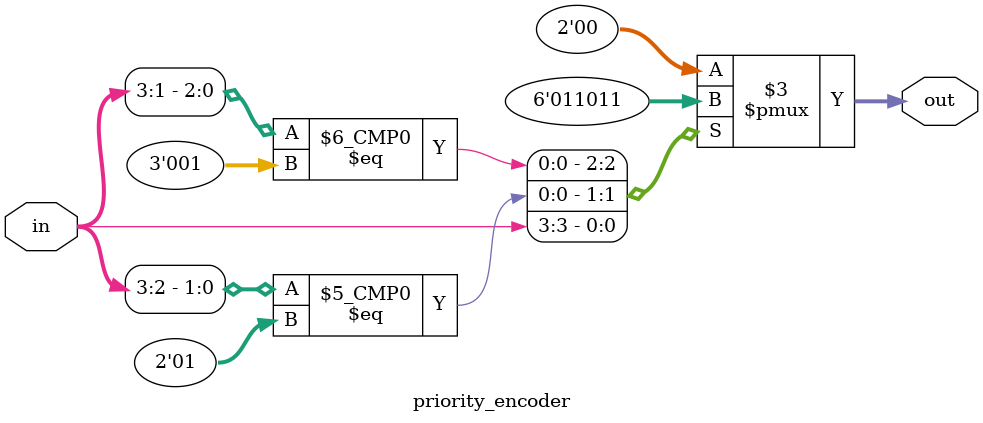
<source format=v>
module priority_encoder(out, in);
	input [3:0] in;
	output reg [1:0] out;
	always @ (in)
	
begin
	casex(in)
		4'b0001:out = 2'b00;
		4'b001x:out = 2'b01;
		4'b01xx:out = 2'b10;
		4'b1xxx:out = 2'b11;
		default:out = 2'b00;
	endcase
end
endmodule 
</source>
